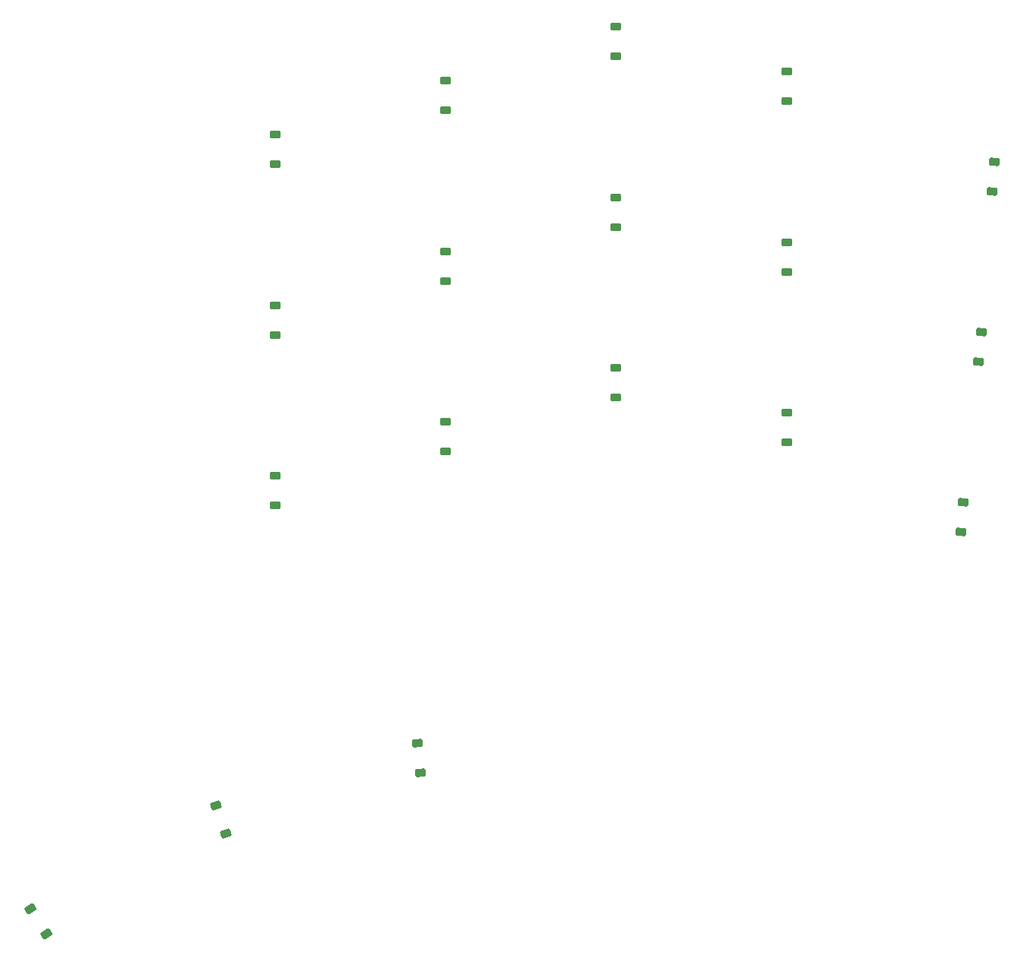
<source format=gbr>
%TF.GenerationSoftware,KiCad,Pcbnew,7.0.7*%
%TF.CreationDate,2023-09-26T18:04:07-06:00*%
%TF.ProjectId,keyboard,6b657962-6f61-4726-942e-6b696361645f,rev?*%
%TF.SameCoordinates,Original*%
%TF.FileFunction,Paste,Bot*%
%TF.FilePolarity,Positive*%
%FSLAX46Y46*%
G04 Gerber Fmt 4.6, Leading zero omitted, Abs format (unit mm)*
G04 Created by KiCad (PCBNEW 7.0.7) date 2023-09-26 18:04:07*
%MOMM*%
%LPD*%
G01*
G04 APERTURE LIST*
G04 Aperture macros list*
%AMRoundRect*
0 Rectangle with rounded corners*
0 $1 Rounding radius*
0 $2 $3 $4 $5 $6 $7 $8 $9 X,Y pos of 4 corners*
0 Add a 4 corners polygon primitive as box body*
4,1,4,$2,$3,$4,$5,$6,$7,$8,$9,$2,$3,0*
0 Add four circle primitives for the rounded corners*
1,1,$1+$1,$2,$3*
1,1,$1+$1,$4,$5*
1,1,$1+$1,$6,$7*
1,1,$1+$1,$8,$9*
0 Add four rect primitives between the rounded corners*
20,1,$1+$1,$2,$3,$4,$5,0*
20,1,$1+$1,$4,$5,$6,$7,0*
20,1,$1+$1,$6,$7,$8,$9,0*
20,1,$1+$1,$8,$9,$2,$3,0*%
G04 Aperture macros list end*
%ADD10RoundRect,0.225000X0.375000X-0.225000X0.375000X0.225000X-0.375000X0.225000X-0.375000X-0.225000X0*%
%ADD11RoundRect,0.225000X0.396465X-0.184569X0.349427X0.262966X-0.396465X0.184569X-0.349427X-0.262966X0*%
%ADD12RoundRect,0.225000X0.353963X-0.256827X0.393183X0.191460X-0.353963X0.256827X-0.393183X-0.191460X0*%
%ADD13RoundRect,0.225000X0.427822X-0.090654X0.281317X0.334830X-0.427822X0.090654X-0.281317X-0.334830X0*%
%ADD14RoundRect,0.225000X0.437250X0.007909X0.198786X0.389531X-0.437250X-0.007909X-0.198786X-0.389531X0*%
G04 APERTURE END LIST*
D10*
%TO.C,D19*%
X198071275Y-65010408D03*
X198071275Y-61710408D03*
%TD*%
%TO.C,D23*%
X217071275Y-97014039D03*
X217071275Y-93714039D03*
%TD*%
%TO.C,D28*%
X255071275Y-58010408D03*
X255071275Y-54710408D03*
%TD*%
%TO.C,D20*%
X198071275Y-84010408D03*
X198071275Y-80710408D03*
%TD*%
%TO.C,D29*%
X255071275Y-77010408D03*
X255071275Y-73710408D03*
%TD*%
%TO.C,D36*%
X198071275Y-103010408D03*
X198071275Y-99710408D03*
%TD*%
D11*
%TO.C,D35*%
X214290098Y-132835432D03*
X213945154Y-129553510D03*
%TD*%
D12*
%TO.C,D34*%
X274448175Y-105939987D03*
X274735789Y-102652545D03*
%TD*%
%TO.C,D32*%
X277938105Y-68055093D03*
X278225719Y-64767651D03*
%TD*%
D13*
%TO.C,D31*%
X192597486Y-139595814D03*
X191523112Y-136475602D03*
%TD*%
D10*
%TO.C,D22*%
X217071275Y-78010408D03*
X217071275Y-74710408D03*
%TD*%
D12*
%TO.C,D33*%
X276444511Y-86981867D03*
X276732125Y-83694425D03*
%TD*%
D10*
%TO.C,D21*%
X217071275Y-59014039D03*
X217071275Y-55714039D03*
%TD*%
%TO.C,D25*%
X236071275Y-72014039D03*
X236071275Y-68714039D03*
%TD*%
D14*
%TO.C,D27*%
X170836547Y-147935523D03*
X172585281Y-150734081D03*
%TD*%
D10*
%TO.C,D24*%
X236071275Y-53014039D03*
X236071275Y-49714039D03*
%TD*%
%TO.C,D26*%
X236071275Y-91014039D03*
X236071275Y-87714039D03*
%TD*%
%TO.C,D30*%
X255071275Y-96014039D03*
X255071275Y-92714039D03*
%TD*%
M02*

</source>
